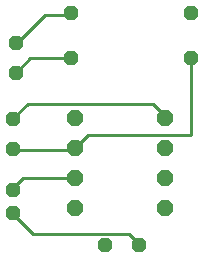
<source format=gbl>
G75*
G70*
%OFA0B0*%
%FSLAX24Y24*%
%IPPOS*%
%LPD*%
%AMOC8*
5,1,8,0,0,1.08239X$1,22.5*
%
%ADD10OC8,0.0520*%
%ADD11OC8,0.0476*%
%ADD12C,0.0100*%
D10*
X003384Y002081D03*
X003384Y003081D03*
X003384Y004081D03*
X003384Y005081D03*
X006384Y005081D03*
X006384Y004081D03*
X006384Y003081D03*
X006384Y002081D03*
D11*
X005514Y000841D03*
X004384Y000841D03*
X001314Y001921D03*
X001314Y002691D03*
X001314Y004041D03*
X001314Y005041D03*
X001434Y006591D03*
X001434Y007591D03*
X003274Y007061D03*
X003274Y008561D03*
X007274Y008561D03*
X007274Y007061D03*
D12*
X001314Y001921D02*
X001344Y001861D01*
X001984Y001221D01*
X005184Y001221D01*
X005504Y000901D01*
X005514Y000841D01*
X003384Y003081D02*
X003344Y003061D01*
X001664Y003061D01*
X001344Y002741D01*
X001314Y002691D01*
X001344Y004021D02*
X001314Y004041D01*
X001344Y004021D02*
X003344Y004021D01*
X003384Y004081D01*
X003424Y004101D01*
X003824Y004501D01*
X007264Y004501D01*
X007264Y007061D01*
X007274Y007061D01*
X005984Y005541D02*
X001824Y005541D01*
X001344Y005061D01*
X001314Y005041D01*
X001434Y006591D02*
X001904Y007061D01*
X003274Y007061D01*
X003264Y008501D02*
X002384Y008501D01*
X001504Y007621D01*
X001434Y007591D01*
X003264Y008501D02*
X003274Y008561D01*
X005984Y005541D02*
X006384Y005141D01*
X006384Y005081D01*
M02*

</source>
